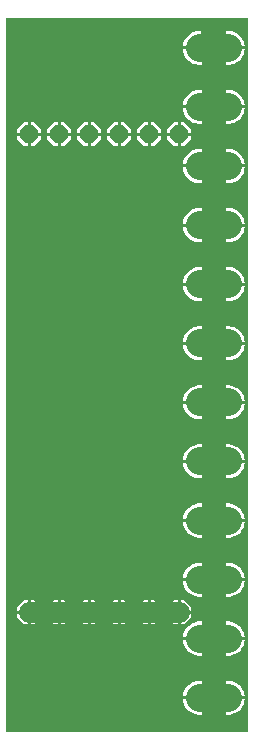
<source format=gbr>
G04 EAGLE Gerber RS-274X export*
G75*
%MOMM*%
%FSLAX34Y34*%
%LPD*%
%INBottom Copper*%
%IPPOS*%
%AMOC8*
5,1,8,0,0,1.08239X$1,22.5*%
G01*
%ADD10C,2.380000*%
%ADD11P,1.649562X8X112.500000*%
%ADD12C,2.000000*%
%ADD13C,1.800000*%

G36*
X214270Y10172D02*
X214270Y10172D01*
X214336Y10174D01*
X214379Y10192D01*
X214426Y10200D01*
X214483Y10234D01*
X214543Y10259D01*
X214578Y10290D01*
X214619Y10315D01*
X214661Y10366D01*
X214709Y10410D01*
X214731Y10452D01*
X214760Y10489D01*
X214781Y10551D01*
X214812Y10610D01*
X214820Y10664D01*
X214832Y10701D01*
X214831Y10741D01*
X214839Y10795D01*
X214839Y614205D01*
X214828Y614270D01*
X214826Y614336D01*
X214808Y614379D01*
X214800Y614426D01*
X214766Y614483D01*
X214741Y614543D01*
X214710Y614578D01*
X214685Y614619D01*
X214634Y614661D01*
X214590Y614709D01*
X214548Y614731D01*
X214511Y614760D01*
X214449Y614781D01*
X214390Y614812D01*
X214336Y614820D01*
X214299Y614832D01*
X214259Y614831D01*
X214205Y614839D01*
X10795Y614839D01*
X10730Y614828D01*
X10664Y614826D01*
X10621Y614808D01*
X10574Y614800D01*
X10517Y614766D01*
X10457Y614741D01*
X10422Y614710D01*
X10381Y614685D01*
X10339Y614634D01*
X10291Y614590D01*
X10269Y614548D01*
X10240Y614511D01*
X10219Y614449D01*
X10188Y614390D01*
X10180Y614336D01*
X10168Y614299D01*
X10169Y614259D01*
X10161Y614205D01*
X10161Y10795D01*
X10172Y10730D01*
X10174Y10664D01*
X10192Y10621D01*
X10200Y10574D01*
X10234Y10517D01*
X10259Y10457D01*
X10290Y10422D01*
X10315Y10381D01*
X10366Y10339D01*
X10410Y10291D01*
X10452Y10269D01*
X10489Y10240D01*
X10551Y10219D01*
X10610Y10188D01*
X10664Y10180D01*
X10701Y10168D01*
X10741Y10169D01*
X10795Y10161D01*
X214205Y10161D01*
X214270Y10172D01*
G37*
%LPC*%
G36*
X187269Y590869D02*
X187269Y590869D01*
X187269Y604041D01*
X199037Y604041D01*
X201281Y603685D01*
X203443Y602983D01*
X205469Y601951D01*
X207308Y600615D01*
X208915Y599008D01*
X210251Y597169D01*
X211283Y595143D01*
X211985Y592981D01*
X212320Y590869D01*
X187269Y590869D01*
G37*
%LPD*%
%LPC*%
G36*
X187269Y90669D02*
X187269Y90669D01*
X187269Y103841D01*
X199037Y103841D01*
X201281Y103485D01*
X203443Y102783D01*
X205469Y101751D01*
X207308Y100415D01*
X208915Y98808D01*
X210251Y96969D01*
X211283Y94943D01*
X211985Y92781D01*
X212320Y90669D01*
X187269Y90669D01*
G37*
%LPD*%
%LPC*%
G36*
X187269Y490769D02*
X187269Y490769D01*
X187269Y503941D01*
X199037Y503941D01*
X201281Y503585D01*
X203443Y502883D01*
X205469Y501851D01*
X207308Y500515D01*
X208915Y498908D01*
X210251Y497069D01*
X211283Y495043D01*
X211985Y492881D01*
X212320Y490769D01*
X187269Y490769D01*
G37*
%LPD*%
%LPC*%
G36*
X187269Y240669D02*
X187269Y240669D01*
X187269Y253841D01*
X199037Y253841D01*
X201281Y253485D01*
X203443Y252783D01*
X205469Y251751D01*
X207308Y250415D01*
X208915Y248808D01*
X210251Y246969D01*
X211283Y244943D01*
X211985Y242781D01*
X212320Y240669D01*
X187269Y240669D01*
G37*
%LPD*%
%LPC*%
G36*
X187269Y190569D02*
X187269Y190569D01*
X187269Y203741D01*
X199037Y203741D01*
X201281Y203385D01*
X203443Y202683D01*
X205469Y201651D01*
X207308Y200315D01*
X208915Y198708D01*
X210251Y196869D01*
X211283Y194843D01*
X211985Y192681D01*
X212320Y190569D01*
X187269Y190569D01*
G37*
%LPD*%
%LPC*%
G36*
X187269Y540869D02*
X187269Y540869D01*
X187269Y554041D01*
X199037Y554041D01*
X201281Y553685D01*
X203443Y552983D01*
X205469Y551951D01*
X207308Y550615D01*
X208915Y549008D01*
X210251Y547169D01*
X211283Y545143D01*
X211985Y542981D01*
X212320Y540869D01*
X187269Y540869D01*
G37*
%LPD*%
%LPC*%
G36*
X187269Y340769D02*
X187269Y340769D01*
X187269Y353941D01*
X199037Y353941D01*
X201281Y353585D01*
X203443Y352883D01*
X205469Y351851D01*
X207308Y350515D01*
X208915Y348908D01*
X210251Y347069D01*
X211283Y345043D01*
X211985Y342881D01*
X212320Y340769D01*
X187269Y340769D01*
G37*
%LPD*%
%LPC*%
G36*
X187269Y40669D02*
X187269Y40669D01*
X187269Y53841D01*
X199037Y53841D01*
X201281Y53485D01*
X203443Y52783D01*
X205469Y51751D01*
X207308Y50415D01*
X208915Y48808D01*
X210251Y46969D01*
X211283Y44943D01*
X211985Y42781D01*
X212320Y40669D01*
X187269Y40669D01*
G37*
%LPD*%
%LPC*%
G36*
X187269Y290669D02*
X187269Y290669D01*
X187269Y303841D01*
X199037Y303841D01*
X201281Y303485D01*
X203443Y302783D01*
X205469Y301751D01*
X207308Y300415D01*
X208915Y298808D01*
X210251Y296969D01*
X211283Y294943D01*
X211985Y292781D01*
X212320Y290669D01*
X187269Y290669D01*
G37*
%LPD*%
%LPC*%
G36*
X187269Y440769D02*
X187269Y440769D01*
X187269Y453941D01*
X199037Y453941D01*
X201281Y453585D01*
X203443Y452883D01*
X205469Y451851D01*
X207308Y450515D01*
X208915Y448908D01*
X210251Y447069D01*
X211283Y445043D01*
X211985Y442881D01*
X212320Y440769D01*
X187269Y440769D01*
G37*
%LPD*%
%LPC*%
G36*
X187269Y390769D02*
X187269Y390769D01*
X187269Y403941D01*
X199037Y403941D01*
X201281Y403585D01*
X203443Y402883D01*
X205469Y401851D01*
X207308Y400515D01*
X208915Y398908D01*
X210251Y397069D01*
X211283Y395043D01*
X211985Y392881D01*
X212320Y390769D01*
X187269Y390769D01*
G37*
%LPD*%
%LPC*%
G36*
X187269Y140569D02*
X187269Y140569D01*
X187269Y153741D01*
X199037Y153741D01*
X201281Y153385D01*
X203443Y152683D01*
X205469Y151651D01*
X207308Y150315D01*
X208915Y148708D01*
X210251Y146869D01*
X211283Y144843D01*
X211985Y142681D01*
X212320Y140569D01*
X187269Y140569D01*
G37*
%LPD*%
%LPC*%
G36*
X159680Y590869D02*
X159680Y590869D01*
X160015Y592981D01*
X160717Y595143D01*
X161749Y597169D01*
X163085Y599008D01*
X164692Y600615D01*
X166531Y601951D01*
X168557Y602983D01*
X170719Y603685D01*
X172963Y604041D01*
X184731Y604041D01*
X184731Y590869D01*
X159680Y590869D01*
G37*
%LPD*%
%LPC*%
G36*
X159680Y90669D02*
X159680Y90669D01*
X160015Y92781D01*
X160717Y94943D01*
X161749Y96969D01*
X163085Y98808D01*
X164692Y100415D01*
X166531Y101751D01*
X168557Y102783D01*
X170719Y103485D01*
X172963Y103841D01*
X184731Y103841D01*
X184731Y90669D01*
X159680Y90669D01*
G37*
%LPD*%
%LPC*%
G36*
X159680Y140569D02*
X159680Y140569D01*
X160015Y142681D01*
X160717Y144843D01*
X161749Y146869D01*
X163085Y148708D01*
X164692Y150315D01*
X166531Y151651D01*
X168557Y152683D01*
X170719Y153385D01*
X172963Y153741D01*
X184731Y153741D01*
X184731Y140569D01*
X159680Y140569D01*
G37*
%LPD*%
%LPC*%
G36*
X159680Y190569D02*
X159680Y190569D01*
X160015Y192681D01*
X160717Y194843D01*
X161749Y196869D01*
X163085Y198708D01*
X164692Y200315D01*
X166531Y201651D01*
X168557Y202683D01*
X170719Y203385D01*
X172963Y203741D01*
X184731Y203741D01*
X184731Y190569D01*
X159680Y190569D01*
G37*
%LPD*%
%LPC*%
G36*
X159680Y540869D02*
X159680Y540869D01*
X160015Y542981D01*
X160717Y545143D01*
X161749Y547169D01*
X163085Y549008D01*
X164692Y550615D01*
X166531Y551951D01*
X168557Y552983D01*
X170719Y553685D01*
X172963Y554041D01*
X184731Y554041D01*
X184731Y540869D01*
X159680Y540869D01*
G37*
%LPD*%
%LPC*%
G36*
X159680Y240669D02*
X159680Y240669D01*
X160015Y242781D01*
X160717Y244943D01*
X161749Y246969D01*
X163085Y248808D01*
X164692Y250415D01*
X166531Y251751D01*
X168557Y252783D01*
X170719Y253485D01*
X172963Y253841D01*
X184731Y253841D01*
X184731Y240669D01*
X159680Y240669D01*
G37*
%LPD*%
%LPC*%
G36*
X159680Y440769D02*
X159680Y440769D01*
X160015Y442881D01*
X160717Y445043D01*
X161749Y447069D01*
X163085Y448908D01*
X164692Y450515D01*
X166531Y451851D01*
X168557Y452883D01*
X170719Y453585D01*
X172963Y453941D01*
X184731Y453941D01*
X184731Y440769D01*
X159680Y440769D01*
G37*
%LPD*%
%LPC*%
G36*
X159680Y390769D02*
X159680Y390769D01*
X160015Y392881D01*
X160717Y395043D01*
X161749Y397069D01*
X163085Y398908D01*
X164692Y400515D01*
X166531Y401851D01*
X168557Y402883D01*
X170719Y403585D01*
X172963Y403941D01*
X184731Y403941D01*
X184731Y390769D01*
X159680Y390769D01*
G37*
%LPD*%
%LPC*%
G36*
X159680Y290669D02*
X159680Y290669D01*
X160015Y292781D01*
X160717Y294943D01*
X161749Y296969D01*
X163085Y298808D01*
X164692Y300415D01*
X166531Y301751D01*
X168557Y302783D01*
X170719Y303485D01*
X172963Y303841D01*
X184731Y303841D01*
X184731Y290669D01*
X159680Y290669D01*
G37*
%LPD*%
%LPC*%
G36*
X159680Y340769D02*
X159680Y340769D01*
X160015Y342881D01*
X160717Y345043D01*
X161749Y347069D01*
X163085Y348908D01*
X164692Y350515D01*
X166531Y351851D01*
X168557Y352883D01*
X170719Y353585D01*
X172963Y353941D01*
X184731Y353941D01*
X184731Y340769D01*
X159680Y340769D01*
G37*
%LPD*%
%LPC*%
G36*
X159680Y40669D02*
X159680Y40669D01*
X160015Y42781D01*
X160717Y44943D01*
X161749Y46969D01*
X163085Y48808D01*
X164692Y50415D01*
X166531Y51751D01*
X168557Y52783D01*
X170719Y53485D01*
X172963Y53841D01*
X184731Y53841D01*
X184731Y40669D01*
X159680Y40669D01*
G37*
%LPD*%
%LPC*%
G36*
X159680Y490769D02*
X159680Y490769D01*
X160015Y492881D01*
X160717Y495043D01*
X161749Y497069D01*
X163085Y498908D01*
X164692Y500515D01*
X166531Y501851D01*
X168557Y502883D01*
X170719Y503585D01*
X172963Y503941D01*
X184731Y503941D01*
X184731Y490769D01*
X159680Y490769D01*
G37*
%LPD*%
%LPC*%
G36*
X187269Y425059D02*
X187269Y425059D01*
X187269Y438231D01*
X212320Y438231D01*
X211985Y436119D01*
X211283Y433957D01*
X210251Y431931D01*
X208915Y430092D01*
X207308Y428485D01*
X205469Y427149D01*
X203443Y426117D01*
X201281Y425415D01*
X199037Y425059D01*
X187269Y425059D01*
G37*
%LPD*%
%LPC*%
G36*
X187269Y575159D02*
X187269Y575159D01*
X187269Y588331D01*
X212320Y588331D01*
X211985Y586219D01*
X211283Y584057D01*
X210251Y582031D01*
X208915Y580192D01*
X207308Y578585D01*
X205469Y577249D01*
X203443Y576217D01*
X201281Y575515D01*
X199037Y575159D01*
X187269Y575159D01*
G37*
%LPD*%
%LPC*%
G36*
X187269Y525159D02*
X187269Y525159D01*
X187269Y538331D01*
X212320Y538331D01*
X211985Y536219D01*
X211283Y534057D01*
X210251Y532031D01*
X208915Y530192D01*
X207308Y528585D01*
X205469Y527249D01*
X203443Y526217D01*
X201281Y525515D01*
X199037Y525159D01*
X187269Y525159D01*
G37*
%LPD*%
%LPC*%
G36*
X187269Y74959D02*
X187269Y74959D01*
X187269Y88131D01*
X212320Y88131D01*
X211985Y86019D01*
X211283Y83857D01*
X210251Y81831D01*
X208915Y79992D01*
X207308Y78385D01*
X205469Y77049D01*
X203443Y76017D01*
X201281Y75315D01*
X199037Y74959D01*
X187269Y74959D01*
G37*
%LPD*%
%LPC*%
G36*
X187269Y24959D02*
X187269Y24959D01*
X187269Y38131D01*
X212320Y38131D01*
X211985Y36019D01*
X211283Y33857D01*
X210251Y31831D01*
X208915Y29992D01*
X207308Y28385D01*
X205469Y27049D01*
X203443Y26017D01*
X201281Y25315D01*
X199037Y24959D01*
X187269Y24959D01*
G37*
%LPD*%
%LPC*%
G36*
X187269Y174859D02*
X187269Y174859D01*
X187269Y188031D01*
X212320Y188031D01*
X211985Y185919D01*
X211283Y183757D01*
X210251Y181731D01*
X208915Y179892D01*
X207308Y178285D01*
X205469Y176949D01*
X203443Y175917D01*
X201281Y175215D01*
X199037Y174859D01*
X187269Y174859D01*
G37*
%LPD*%
%LPC*%
G36*
X187269Y325059D02*
X187269Y325059D01*
X187269Y338231D01*
X212320Y338231D01*
X211985Y336119D01*
X211283Y333957D01*
X210251Y331931D01*
X208915Y330092D01*
X207308Y328485D01*
X205469Y327149D01*
X203443Y326117D01*
X201281Y325415D01*
X199037Y325059D01*
X187269Y325059D01*
G37*
%LPD*%
%LPC*%
G36*
X187269Y224959D02*
X187269Y224959D01*
X187269Y238131D01*
X212320Y238131D01*
X211985Y236019D01*
X211283Y233857D01*
X210251Y231831D01*
X208915Y229992D01*
X207308Y228385D01*
X205469Y227049D01*
X203443Y226017D01*
X201281Y225315D01*
X199037Y224959D01*
X187269Y224959D01*
G37*
%LPD*%
%LPC*%
G36*
X187269Y375059D02*
X187269Y375059D01*
X187269Y388231D01*
X212320Y388231D01*
X211985Y386119D01*
X211283Y383957D01*
X210251Y381931D01*
X208915Y380092D01*
X207308Y378485D01*
X205469Y377149D01*
X203443Y376117D01*
X201281Y375415D01*
X199037Y375059D01*
X187269Y375059D01*
G37*
%LPD*%
%LPC*%
G36*
X187269Y124859D02*
X187269Y124859D01*
X187269Y138031D01*
X212320Y138031D01*
X211985Y135919D01*
X211283Y133757D01*
X210251Y131731D01*
X208915Y129892D01*
X207308Y128285D01*
X205469Y126949D01*
X203443Y125917D01*
X201281Y125215D01*
X199037Y124859D01*
X187269Y124859D01*
G37*
%LPD*%
%LPC*%
G36*
X187269Y475059D02*
X187269Y475059D01*
X187269Y488231D01*
X212320Y488231D01*
X211985Y486119D01*
X211283Y483957D01*
X210251Y481931D01*
X208915Y480092D01*
X207308Y478485D01*
X205469Y477149D01*
X203443Y476117D01*
X201281Y475415D01*
X199037Y475059D01*
X187269Y475059D01*
G37*
%LPD*%
%LPC*%
G36*
X187269Y274959D02*
X187269Y274959D01*
X187269Y288131D01*
X212320Y288131D01*
X211985Y286019D01*
X211283Y283857D01*
X210251Y281831D01*
X208915Y279992D01*
X207308Y278385D01*
X205469Y277049D01*
X203443Y276017D01*
X201281Y275315D01*
X199037Y274959D01*
X187269Y274959D01*
G37*
%LPD*%
%LPC*%
G36*
X172963Y575159D02*
X172963Y575159D01*
X170719Y575515D01*
X168557Y576217D01*
X166531Y577249D01*
X164692Y578585D01*
X163085Y580192D01*
X161749Y582031D01*
X160717Y584057D01*
X160015Y586219D01*
X159680Y588331D01*
X184731Y588331D01*
X184731Y575159D01*
X172963Y575159D01*
G37*
%LPD*%
%LPC*%
G36*
X172963Y425059D02*
X172963Y425059D01*
X170719Y425415D01*
X168557Y426117D01*
X166531Y427149D01*
X164692Y428485D01*
X163085Y430092D01*
X161749Y431931D01*
X160717Y433957D01*
X160015Y436119D01*
X159680Y438231D01*
X184731Y438231D01*
X184731Y425059D01*
X172963Y425059D01*
G37*
%LPD*%
%LPC*%
G36*
X172963Y74959D02*
X172963Y74959D01*
X170719Y75315D01*
X168557Y76017D01*
X166531Y77049D01*
X164692Y78385D01*
X163085Y79992D01*
X161749Y81831D01*
X160717Y83857D01*
X160015Y86019D01*
X159680Y88131D01*
X184731Y88131D01*
X184731Y74959D01*
X172963Y74959D01*
G37*
%LPD*%
%LPC*%
G36*
X172963Y174859D02*
X172963Y174859D01*
X170719Y175215D01*
X168557Y175917D01*
X166531Y176949D01*
X164692Y178285D01*
X163085Y179892D01*
X161749Y181731D01*
X160717Y183757D01*
X160015Y185919D01*
X159680Y188031D01*
X184731Y188031D01*
X184731Y174859D01*
X172963Y174859D01*
G37*
%LPD*%
%LPC*%
G36*
X172963Y375059D02*
X172963Y375059D01*
X170719Y375415D01*
X168557Y376117D01*
X166531Y377149D01*
X164692Y378485D01*
X163085Y380092D01*
X161749Y381931D01*
X160717Y383957D01*
X160015Y386119D01*
X159680Y388231D01*
X184731Y388231D01*
X184731Y375059D01*
X172963Y375059D01*
G37*
%LPD*%
%LPC*%
G36*
X172963Y224959D02*
X172963Y224959D01*
X170719Y225315D01*
X168557Y226017D01*
X166531Y227049D01*
X164692Y228385D01*
X163085Y229992D01*
X161749Y231831D01*
X160717Y233857D01*
X160015Y236019D01*
X159680Y238131D01*
X184731Y238131D01*
X184731Y224959D01*
X172963Y224959D01*
G37*
%LPD*%
%LPC*%
G36*
X172963Y24959D02*
X172963Y24959D01*
X170719Y25315D01*
X168557Y26017D01*
X166531Y27049D01*
X164692Y28385D01*
X163085Y29992D01*
X161749Y31831D01*
X160717Y33857D01*
X160015Y36019D01*
X159680Y38131D01*
X184731Y38131D01*
X184731Y24959D01*
X172963Y24959D01*
G37*
%LPD*%
%LPC*%
G36*
X172963Y325059D02*
X172963Y325059D01*
X170719Y325415D01*
X168557Y326117D01*
X166531Y327149D01*
X164692Y328485D01*
X163085Y330092D01*
X161749Y331931D01*
X160717Y333957D01*
X160015Y336119D01*
X159680Y338231D01*
X184731Y338231D01*
X184731Y325059D01*
X172963Y325059D01*
G37*
%LPD*%
%LPC*%
G36*
X172963Y274959D02*
X172963Y274959D01*
X170719Y275315D01*
X168557Y276017D01*
X166531Y277049D01*
X164692Y278385D01*
X163085Y279992D01*
X161749Y281831D01*
X160717Y283857D01*
X160015Y286019D01*
X159680Y288131D01*
X184731Y288131D01*
X184731Y274959D01*
X172963Y274959D01*
G37*
%LPD*%
%LPC*%
G36*
X172963Y475059D02*
X172963Y475059D01*
X170719Y475415D01*
X168557Y476117D01*
X166531Y477149D01*
X164692Y478485D01*
X163085Y480092D01*
X161749Y481931D01*
X160717Y483957D01*
X160015Y486119D01*
X159680Y488231D01*
X184731Y488231D01*
X184731Y475059D01*
X172963Y475059D01*
G37*
%LPD*%
%LPC*%
G36*
X172963Y525159D02*
X172963Y525159D01*
X170719Y525515D01*
X168557Y526217D01*
X166531Y527249D01*
X164692Y528585D01*
X163085Y530192D01*
X161749Y532031D01*
X160717Y534057D01*
X160015Y536219D01*
X159680Y538331D01*
X184731Y538331D01*
X184731Y525159D01*
X172963Y525159D01*
G37*
%LPD*%
%LPC*%
G36*
X172963Y124859D02*
X172963Y124859D01*
X170719Y125215D01*
X168557Y125917D01*
X166531Y126949D01*
X164692Y128285D01*
X163085Y129892D01*
X161749Y131731D01*
X160717Y133757D01*
X160015Y135919D01*
X159680Y138031D01*
X184731Y138031D01*
X184731Y124859D01*
X172963Y124859D01*
G37*
%LPD*%
%LPC*%
G36*
X56569Y517469D02*
X56569Y517469D01*
X56569Y526361D01*
X59509Y526361D01*
X65461Y520409D01*
X65461Y517469D01*
X56569Y517469D01*
G37*
%LPD*%
%LPC*%
G36*
X107369Y517469D02*
X107369Y517469D01*
X107369Y526361D01*
X110309Y526361D01*
X116261Y520409D01*
X116261Y517469D01*
X107369Y517469D01*
G37*
%LPD*%
%LPC*%
G36*
X31169Y517469D02*
X31169Y517469D01*
X31169Y526361D01*
X34109Y526361D01*
X40061Y520409D01*
X40061Y517469D01*
X31169Y517469D01*
G37*
%LPD*%
%LPC*%
G36*
X132769Y517469D02*
X132769Y517469D01*
X132769Y526361D01*
X135709Y526361D01*
X141661Y520409D01*
X141661Y517469D01*
X132769Y517469D01*
G37*
%LPD*%
%LPC*%
G36*
X158169Y517469D02*
X158169Y517469D01*
X158169Y526361D01*
X161109Y526361D01*
X167061Y520409D01*
X167061Y517469D01*
X158169Y517469D01*
G37*
%LPD*%
%LPC*%
G36*
X81969Y517469D02*
X81969Y517469D01*
X81969Y526361D01*
X84909Y526361D01*
X90861Y520409D01*
X90861Y517469D01*
X81969Y517469D01*
G37*
%LPD*%
%LPC*%
G36*
X158169Y112869D02*
X158169Y112869D01*
X158169Y121761D01*
X161109Y121761D01*
X167061Y115809D01*
X167061Y112869D01*
X158169Y112869D01*
G37*
%LPD*%
%LPC*%
G36*
X56569Y112869D02*
X56569Y112869D01*
X56569Y121761D01*
X59509Y121761D01*
X65461Y115809D01*
X65461Y112869D01*
X56569Y112869D01*
G37*
%LPD*%
%LPC*%
G36*
X107369Y112869D02*
X107369Y112869D01*
X107369Y121761D01*
X110309Y121761D01*
X116261Y115809D01*
X116261Y112869D01*
X107369Y112869D01*
G37*
%LPD*%
%LPC*%
G36*
X81969Y112869D02*
X81969Y112869D01*
X81969Y121761D01*
X84909Y121761D01*
X90861Y115809D01*
X90861Y112869D01*
X81969Y112869D01*
G37*
%LPD*%
%LPC*%
G36*
X31169Y112869D02*
X31169Y112869D01*
X31169Y121761D01*
X34109Y121761D01*
X40061Y115809D01*
X40061Y112869D01*
X31169Y112869D01*
G37*
%LPD*%
%LPC*%
G36*
X132769Y112869D02*
X132769Y112869D01*
X132769Y121761D01*
X135709Y121761D01*
X141661Y115809D01*
X141661Y112869D01*
X132769Y112869D01*
G37*
%LPD*%
%LPC*%
G36*
X56569Y110331D02*
X56569Y110331D01*
X65461Y110331D01*
X65461Y107391D01*
X59509Y101439D01*
X56569Y101439D01*
X56569Y110331D01*
G37*
%LPD*%
%LPC*%
G36*
X81969Y110331D02*
X81969Y110331D01*
X90861Y110331D01*
X90861Y107391D01*
X84909Y101439D01*
X81969Y101439D01*
X81969Y110331D01*
G37*
%LPD*%
%LPC*%
G36*
X107369Y110331D02*
X107369Y110331D01*
X116261Y110331D01*
X116261Y107391D01*
X110309Y101439D01*
X107369Y101439D01*
X107369Y110331D01*
G37*
%LPD*%
%LPC*%
G36*
X132769Y110331D02*
X132769Y110331D01*
X141661Y110331D01*
X141661Y107391D01*
X135709Y101439D01*
X132769Y101439D01*
X132769Y110331D01*
G37*
%LPD*%
%LPC*%
G36*
X158169Y110331D02*
X158169Y110331D01*
X167061Y110331D01*
X167061Y107391D01*
X161109Y101439D01*
X158169Y101439D01*
X158169Y110331D01*
G37*
%LPD*%
%LPC*%
G36*
X31169Y110331D02*
X31169Y110331D01*
X40061Y110331D01*
X40061Y107391D01*
X34109Y101439D01*
X31169Y101439D01*
X31169Y110331D01*
G37*
%LPD*%
%LPC*%
G36*
X19739Y517469D02*
X19739Y517469D01*
X19739Y520409D01*
X25691Y526361D01*
X28631Y526361D01*
X28631Y517469D01*
X19739Y517469D01*
G37*
%LPD*%
%LPC*%
G36*
X146739Y517469D02*
X146739Y517469D01*
X146739Y520409D01*
X152691Y526361D01*
X155631Y526361D01*
X155631Y517469D01*
X146739Y517469D01*
G37*
%LPD*%
%LPC*%
G36*
X121339Y517469D02*
X121339Y517469D01*
X121339Y520409D01*
X127291Y526361D01*
X130231Y526361D01*
X130231Y517469D01*
X121339Y517469D01*
G37*
%LPD*%
%LPC*%
G36*
X95939Y517469D02*
X95939Y517469D01*
X95939Y520409D01*
X101891Y526361D01*
X104831Y526361D01*
X104831Y517469D01*
X95939Y517469D01*
G37*
%LPD*%
%LPC*%
G36*
X146739Y112869D02*
X146739Y112869D01*
X146739Y115809D01*
X152691Y121761D01*
X155631Y121761D01*
X155631Y112869D01*
X146739Y112869D01*
G37*
%LPD*%
%LPC*%
G36*
X121339Y112869D02*
X121339Y112869D01*
X121339Y115809D01*
X127291Y121761D01*
X130231Y121761D01*
X130231Y112869D01*
X121339Y112869D01*
G37*
%LPD*%
%LPC*%
G36*
X95939Y112869D02*
X95939Y112869D01*
X95939Y115809D01*
X101891Y121761D01*
X104831Y121761D01*
X104831Y112869D01*
X95939Y112869D01*
G37*
%LPD*%
%LPC*%
G36*
X70539Y112869D02*
X70539Y112869D01*
X70539Y115809D01*
X76491Y121761D01*
X79431Y121761D01*
X79431Y112869D01*
X70539Y112869D01*
G37*
%LPD*%
%LPC*%
G36*
X45139Y112869D02*
X45139Y112869D01*
X45139Y115809D01*
X51091Y121761D01*
X54031Y121761D01*
X54031Y112869D01*
X45139Y112869D01*
G37*
%LPD*%
%LPC*%
G36*
X19739Y112869D02*
X19739Y112869D01*
X19739Y115809D01*
X25691Y121761D01*
X28631Y121761D01*
X28631Y112869D01*
X19739Y112869D01*
G37*
%LPD*%
%LPC*%
G36*
X45139Y517469D02*
X45139Y517469D01*
X45139Y520409D01*
X51091Y526361D01*
X54031Y526361D01*
X54031Y517469D01*
X45139Y517469D01*
G37*
%LPD*%
%LPC*%
G36*
X70539Y517469D02*
X70539Y517469D01*
X70539Y520409D01*
X76491Y526361D01*
X79431Y526361D01*
X79431Y517469D01*
X70539Y517469D01*
G37*
%LPD*%
%LPC*%
G36*
X158169Y506039D02*
X158169Y506039D01*
X158169Y514931D01*
X167061Y514931D01*
X167061Y511991D01*
X161109Y506039D01*
X158169Y506039D01*
G37*
%LPD*%
%LPC*%
G36*
X31169Y506039D02*
X31169Y506039D01*
X31169Y514931D01*
X40061Y514931D01*
X40061Y511991D01*
X34109Y506039D01*
X31169Y506039D01*
G37*
%LPD*%
%LPC*%
G36*
X56569Y506039D02*
X56569Y506039D01*
X56569Y514931D01*
X65461Y514931D01*
X65461Y511991D01*
X59509Y506039D01*
X56569Y506039D01*
G37*
%LPD*%
%LPC*%
G36*
X81969Y506039D02*
X81969Y506039D01*
X81969Y514931D01*
X90861Y514931D01*
X90861Y511991D01*
X84909Y506039D01*
X81969Y506039D01*
G37*
%LPD*%
%LPC*%
G36*
X107369Y506039D02*
X107369Y506039D01*
X107369Y514931D01*
X116261Y514931D01*
X116261Y511991D01*
X110309Y506039D01*
X107369Y506039D01*
G37*
%LPD*%
%LPC*%
G36*
X132769Y506039D02*
X132769Y506039D01*
X132769Y514931D01*
X141661Y514931D01*
X141661Y511991D01*
X135709Y506039D01*
X132769Y506039D01*
G37*
%LPD*%
%LPC*%
G36*
X101891Y506039D02*
X101891Y506039D01*
X95939Y511991D01*
X95939Y514931D01*
X104831Y514931D01*
X104831Y506039D01*
X101891Y506039D01*
G37*
%LPD*%
%LPC*%
G36*
X127291Y506039D02*
X127291Y506039D01*
X121339Y511991D01*
X121339Y514931D01*
X130231Y514931D01*
X130231Y506039D01*
X127291Y506039D01*
G37*
%LPD*%
%LPC*%
G36*
X152691Y506039D02*
X152691Y506039D01*
X146739Y511991D01*
X146739Y514931D01*
X155631Y514931D01*
X155631Y506039D01*
X152691Y506039D01*
G37*
%LPD*%
%LPC*%
G36*
X101891Y101439D02*
X101891Y101439D01*
X95939Y107391D01*
X95939Y110331D01*
X104831Y110331D01*
X104831Y101439D01*
X101891Y101439D01*
G37*
%LPD*%
%LPC*%
G36*
X152691Y101439D02*
X152691Y101439D01*
X146739Y107391D01*
X146739Y110331D01*
X155631Y110331D01*
X155631Y101439D01*
X152691Y101439D01*
G37*
%LPD*%
%LPC*%
G36*
X127291Y101439D02*
X127291Y101439D01*
X121339Y107391D01*
X121339Y110331D01*
X130231Y110331D01*
X130231Y101439D01*
X127291Y101439D01*
G37*
%LPD*%
%LPC*%
G36*
X76491Y101439D02*
X76491Y101439D01*
X70539Y107391D01*
X70539Y110331D01*
X79431Y110331D01*
X79431Y101439D01*
X76491Y101439D01*
G37*
%LPD*%
%LPC*%
G36*
X51091Y101439D02*
X51091Y101439D01*
X45139Y107391D01*
X45139Y110331D01*
X54031Y110331D01*
X54031Y101439D01*
X51091Y101439D01*
G37*
%LPD*%
%LPC*%
G36*
X76491Y506039D02*
X76491Y506039D01*
X70539Y511991D01*
X70539Y514931D01*
X79431Y514931D01*
X79431Y506039D01*
X76491Y506039D01*
G37*
%LPD*%
%LPC*%
G36*
X25691Y101439D02*
X25691Y101439D01*
X19739Y107391D01*
X19739Y110331D01*
X28631Y110331D01*
X28631Y101439D01*
X25691Y101439D01*
G37*
%LPD*%
%LPC*%
G36*
X25691Y506039D02*
X25691Y506039D01*
X19739Y511991D01*
X19739Y514931D01*
X28631Y514931D01*
X28631Y506039D01*
X25691Y506039D01*
G37*
%LPD*%
%LPC*%
G36*
X51091Y506039D02*
X51091Y506039D01*
X45139Y511991D01*
X45139Y514931D01*
X54031Y514931D01*
X54031Y506039D01*
X51091Y506039D01*
G37*
%LPD*%
%LPC*%
G36*
X55299Y111599D02*
X55299Y111599D01*
X55299Y111601D01*
X55301Y111601D01*
X55301Y111599D01*
X55299Y111599D01*
G37*
%LPD*%
%LPC*%
G36*
X29899Y111599D02*
X29899Y111599D01*
X29899Y111601D01*
X29901Y111601D01*
X29901Y111599D01*
X29899Y111599D01*
G37*
%LPD*%
%LPC*%
G36*
X185999Y239399D02*
X185999Y239399D01*
X185999Y239401D01*
X186001Y239401D01*
X186001Y239399D01*
X185999Y239399D01*
G37*
%LPD*%
%LPC*%
G36*
X185999Y139299D02*
X185999Y139299D01*
X185999Y139301D01*
X186001Y139301D01*
X186001Y139299D01*
X185999Y139299D01*
G37*
%LPD*%
%LPC*%
G36*
X185999Y489499D02*
X185999Y489499D01*
X185999Y489501D01*
X186001Y489501D01*
X186001Y489499D01*
X185999Y489499D01*
G37*
%LPD*%
%LPC*%
G36*
X80699Y516199D02*
X80699Y516199D01*
X80699Y516201D01*
X80701Y516201D01*
X80701Y516199D01*
X80699Y516199D01*
G37*
%LPD*%
%LPC*%
G36*
X185999Y439499D02*
X185999Y439499D01*
X185999Y439501D01*
X186001Y439501D01*
X186001Y439499D01*
X185999Y439499D01*
G37*
%LPD*%
%LPC*%
G36*
X185999Y389499D02*
X185999Y389499D01*
X185999Y389501D01*
X186001Y389501D01*
X186001Y389499D01*
X185999Y389499D01*
G37*
%LPD*%
%LPC*%
G36*
X185999Y339499D02*
X185999Y339499D01*
X185999Y339501D01*
X186001Y339501D01*
X186001Y339499D01*
X185999Y339499D01*
G37*
%LPD*%
%LPC*%
G36*
X185999Y189299D02*
X185999Y189299D01*
X185999Y189301D01*
X186001Y189301D01*
X186001Y189299D01*
X185999Y189299D01*
G37*
%LPD*%
%LPC*%
G36*
X185999Y539599D02*
X185999Y539599D01*
X185999Y539601D01*
X186001Y539601D01*
X186001Y539599D01*
X185999Y539599D01*
G37*
%LPD*%
%LPC*%
G36*
X185999Y289399D02*
X185999Y289399D01*
X185999Y289401D01*
X186001Y289401D01*
X186001Y289399D01*
X185999Y289399D01*
G37*
%LPD*%
%LPC*%
G36*
X156899Y111599D02*
X156899Y111599D01*
X156899Y111601D01*
X156901Y111601D01*
X156901Y111599D01*
X156899Y111599D01*
G37*
%LPD*%
%LPC*%
G36*
X131499Y111599D02*
X131499Y111599D01*
X131499Y111601D01*
X131501Y111601D01*
X131501Y111599D01*
X131499Y111599D01*
G37*
%LPD*%
%LPC*%
G36*
X106099Y516199D02*
X106099Y516199D01*
X106099Y516201D01*
X106101Y516201D01*
X106101Y516199D01*
X106099Y516199D01*
G37*
%LPD*%
%LPC*%
G36*
X185999Y589599D02*
X185999Y589599D01*
X185999Y589601D01*
X186001Y589601D01*
X186001Y589599D01*
X185999Y589599D01*
G37*
%LPD*%
%LPC*%
G36*
X185999Y89399D02*
X185999Y89399D01*
X185999Y89401D01*
X186001Y89401D01*
X186001Y89399D01*
X185999Y89399D01*
G37*
%LPD*%
%LPC*%
G36*
X156899Y516199D02*
X156899Y516199D01*
X156899Y516201D01*
X156901Y516201D01*
X156901Y516199D01*
X156899Y516199D01*
G37*
%LPD*%
%LPC*%
G36*
X29899Y516199D02*
X29899Y516199D01*
X29899Y516201D01*
X29901Y516201D01*
X29901Y516199D01*
X29899Y516199D01*
G37*
%LPD*%
%LPC*%
G36*
X55299Y516199D02*
X55299Y516199D01*
X55299Y516201D01*
X55301Y516201D01*
X55301Y516199D01*
X55299Y516199D01*
G37*
%LPD*%
%LPC*%
G36*
X106099Y111599D02*
X106099Y111599D01*
X106099Y111601D01*
X106101Y111601D01*
X106101Y111599D01*
X106099Y111599D01*
G37*
%LPD*%
%LPC*%
G36*
X185999Y39399D02*
X185999Y39399D01*
X185999Y39401D01*
X186001Y39401D01*
X186001Y39399D01*
X185999Y39399D01*
G37*
%LPD*%
%LPC*%
G36*
X80699Y111599D02*
X80699Y111599D01*
X80699Y111601D01*
X80701Y111601D01*
X80701Y111599D01*
X80699Y111599D01*
G37*
%LPD*%
%LPC*%
G36*
X131499Y516199D02*
X131499Y516199D01*
X131499Y516201D01*
X131501Y516201D01*
X131501Y516199D01*
X131499Y516199D01*
G37*
%LPD*%
D10*
X197900Y89400D02*
X174100Y89400D01*
X174100Y39400D02*
X197900Y39400D01*
X197900Y189300D02*
X174100Y189300D01*
X174100Y139300D02*
X197900Y139300D01*
X197900Y289400D02*
X174100Y289400D01*
X174100Y239400D02*
X197900Y239400D01*
X197900Y389500D02*
X174100Y389500D01*
X174100Y339500D02*
X197900Y339500D01*
X197900Y489500D02*
X174100Y489500D01*
X174100Y439500D02*
X197900Y439500D01*
X197900Y589600D02*
X174100Y589600D01*
X174100Y539600D02*
X197900Y539600D01*
D11*
X29900Y111600D03*
X55300Y111600D03*
X80700Y111600D03*
X106100Y111600D03*
X131500Y111600D03*
X156900Y111600D03*
X29900Y516200D03*
X55300Y516200D03*
X80700Y516200D03*
X106100Y516200D03*
X131500Y516200D03*
X156900Y516200D03*
D12*
X186000Y589600D02*
X186000Y604000D01*
X185160Y604840D01*
X185000Y604840D01*
X185000Y604840D01*
X185000Y590000D01*
X186000Y39400D02*
X186000Y21160D01*
X185000Y20160D01*
D13*
X156900Y111600D02*
X29900Y111600D01*
D12*
X186000Y39400D02*
X186000Y589600D01*
M02*

</source>
